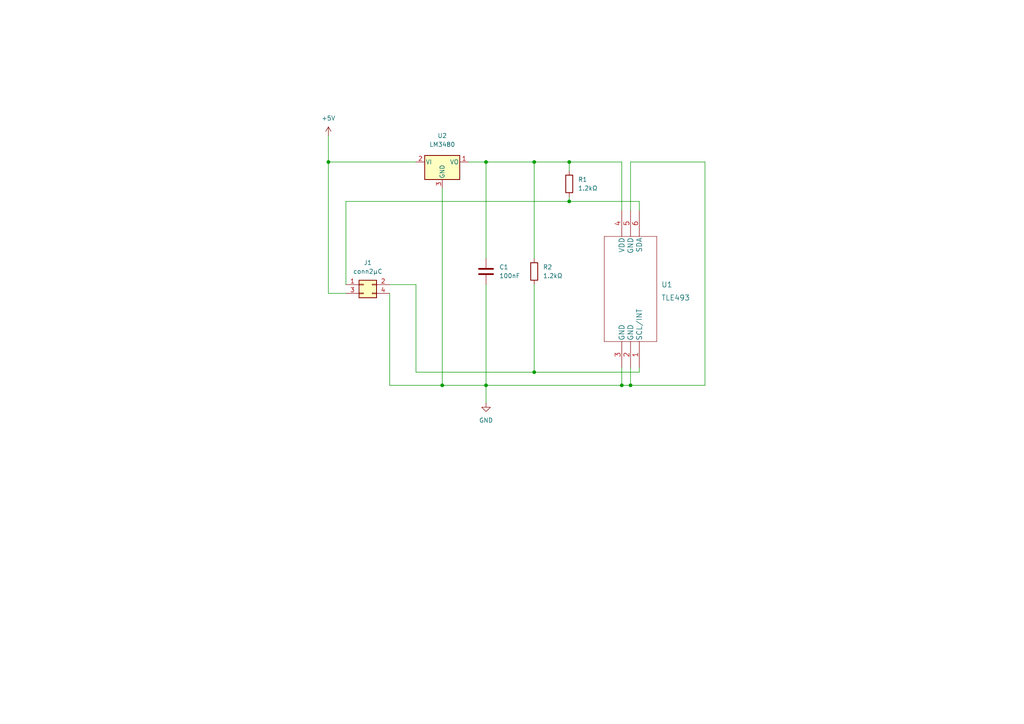
<source format=kicad_sch>
(kicad_sch (version 20211123) (generator eeschema)
  (paper "A4")
  (lib_symbols
    (symbol "2022-06-29_07-29-16:TLE493DA2B6HTSA1" (pin_names (offset 0.254))
      (property "Reference" "U" (at 22.86 10.16 0))
      (property "Value" "TLE493DA2B6HTSA1" (at 22.86 7.62 0))
      (symbol "TLE493DA2B6HTSA1_1_1"
        (polyline (pts (xy 7.62 -10.16) (xy 38.1 -10.16)) (stroke (width 0.127)))
        (polyline (pts (xy 7.62 5.08) (xy 7.62 -10.16)) (stroke (width 0.127)))
        (polyline (pts (xy 38.1 -10.16) (xy 38.1 5.08)) (stroke (width 0.127)))
        (polyline (pts (xy 38.1 5.08) (xy 7.62 5.08)) (stroke (width 0.127)))
        (pin input line (at 0 0 0) (length 7.62) (name "SCL/INT") (number "1"))
        (pin power_in line (at 0 -2.54 0) (length 7.62) (name "GND") (number "2"))
        (pin power_in line (at 0 -5.08 0) (length 7.62) (name "GND") (number "3"))
        (pin power_in line (at 45.72 -5.08 180) (length 7.62) (name "VDD") (number "4"))
        (pin power_in line (at 45.72 -2.54 180) (length 7.62) (name "GND") (number "5"))
        (pin bidirectional line (at 45.72 0 180) (length 7.62) (name "SDA") (number "6"))
      )
    )
    (symbol "fab:C" (pin_numbers hide) (pin_names (offset 0.254))
      (property "Reference" "C" (at 0.635 2.54 0))
      (property "Value" "C" (at 0.635 -2.54 0))
      (symbol "C_0_1"
        (polyline (pts (xy -2.032 -0.762) (xy 2.032 -0.762)) (stroke (width 0.508)))
        (polyline (pts (xy -2.032 0.762) (xy 2.032 0.762)) (stroke (width 0.508)))
      )
      (symbol "C_1_1"
        (pin passive line (at 0 3.81 270) (length 2.794) (name "~") (number "1"))
        (pin passive line (at 0 -3.81 90) (length 2.794) (name "~") (number "2"))
      )
    )
    (symbol "fab:Conn_PinHeader_2x02_P2.54mm_Vertical_SMD" (pin_names (offset 1.016) hide)
      (property "Reference" "J" (at 1.27 2.54 0))
      (property "Value" "Conn_PinHeader_2x02_P2.54mm_Vertical_SMD" (at 1.27 -5.08 0))
      (symbol "Conn_PinHeader_2x02_P2.54mm_Vertical_SMD_1_1"
        (rectangle (start -1.27 -2.413) (end 0 -2.667) (stroke (width 0.1524)))
        (rectangle (start -1.27 0.127) (end 0 -0.127) (stroke (width 0.1524)))
        (rectangle (start -1.27 1.27) (end 3.81 -3.81) (stroke (width 0.254)) (fill (type background)))
        (rectangle (start 3.81 -2.413) (end 2.54 -2.667) (stroke (width 0.1524)))
        (rectangle (start 3.81 0.127) (end 2.54 -0.127) (stroke (width 0.1524)))
        (pin passive line (at -5.08 0 0) (length 3.81) (name "Pin_1") (number "1"))
        (pin passive line (at 7.62 0 180) (length 3.81) (name "Pin_2") (number "2"))
        (pin passive line (at -5.08 -2.54 0) (length 3.81) (name "Pin_3") (number "3"))
        (pin passive line (at 7.62 -2.54 180) (length 3.81) (name "Pin_4") (number "4"))
      )
    )
    (symbol "fab:Power_+5V" (power) (pin_names (offset 0))
      (property "Value" "Power_+5V" (at 0 3.556 0))
      (symbol "Power_+5V_0_1"
        (polyline (pts (xy -0.762 1.27) (xy 0 2.54)))
        (polyline (pts (xy 0 0) (xy 0 2.54)))
        (polyline (pts (xy 0 2.54) (xy 0.762 1.27)))
      )
      (symbol "Power_+5V_1_1"
        (pin power_in line (at 0 0 90) (length 0) hide (name "+5V") (number "1"))
      )
    )
    (symbol "fab:R" (pin_numbers hide) (pin_names (offset 0))
      (property "Reference" "R" (at 2.032 0 90))
      (property "Value" "R" (at 0 0 90))
      (symbol "R_0_1"
        (rectangle (start -1.016 -2.54) (end 1.016 2.54) (stroke (width 0.254)))
      )
      (symbol "R_1_1"
        (pin passive line (at 0 3.81 270) (length 1.27) (name "~") (number "1"))
        (pin passive line (at 0 -3.81 90) (length 1.27) (name "~") (number "2"))
      )
    )
    (symbol "fab:Regulator_Linear_LM3480-3.3V-100mA" (pin_names (offset 0.254))
      (property "Reference" "U" (at -3.81 3.175 0))
      (property "Value" "Regulator_Linear_LM3480-3.3V-100mA" (at 0 3.175 0))
      (symbol "Regulator_Linear_LM3480-3.3V-100mA_0_1"
        (rectangle (start -5.08 1.905) (end 5.08 -5.08) (stroke (width 0.254)) (fill (type background)))
      )
      (symbol "Regulator_Linear_LM3480-3.3V-100mA_1_1"
        (pin power_out line (at 7.62 0 180) (length 2.54) (name "VO") (number "1"))
        (pin power_in line (at -7.62 0 0) (length 2.54) (name "VI") (number "2"))
        (pin power_in line (at 0 -7.62 90) (length 2.54) (name "GND") (number "3"))
      )
    )
    (symbol "power:GND" (power) (pin_names (offset 0))
      (property "Value" "GND" (at 0 -3.81 0))
      (symbol "GND_0_1"
        (polyline (pts (xy 0 0) (xy 0 -1.27) (xy 1.27 -1.27) (xy 0 -2.54) (xy -1.27 -1.27) (xy 0 -1.27)))
      )
      (symbol "GND_1_1"
        (pin power_in line (at 0 0 270) (length 0) hide (name "GND") (number "1"))
      )
    )
  )
  (junction (at 128.27 111.76))
  (junction (at 140.97 111.76))
  (junction (at 140.97 46.99))
  (junction (at 165.1 58.42))
  (junction (at 180.34 111.76))
  (junction (at 95.25 46.99))
  (junction (at 154.94 46.99))
  (junction (at 182.88 111.76))
  (junction (at 154.94 107.95))
  (junction (at 165.1 46.99))
  (wire (pts (xy 182.88 111.76) (xy 180.34 111.76)))
  (wire (pts (xy 113.03 82.55) (xy 120.65 82.55)))
  (wire (pts (xy 140.97 46.99) (xy 140.97 74.93)))
  (wire (pts (xy 154.94 46.99) (xy 165.1 46.99)))
  (wire (pts (xy 140.97 46.99) (xy 154.94 46.99)))
  (wire (pts (xy 100.33 82.55) (xy 100.33 58.42)))
  (wire (pts (xy 182.88 60.96) (xy 182.88 46.99)))
  (wire (pts (xy 95.25 39.37) (xy 95.25 46.99)))
  (wire (pts (xy 165.1 46.99) (xy 180.34 46.99)))
  (wire (pts (xy 182.88 106.68) (xy 182.88 111.76)))
  (wire (pts (xy 135.89 46.99) (xy 140.97 46.99)))
  (wire (pts (xy 165.1 46.99) (xy 165.1 49.53)))
  (wire (pts (xy 128.27 54.61) (xy 128.27 111.76)))
  (wire (pts (xy 120.65 82.55) (xy 120.65 107.95)))
  (wire (pts (xy 180.34 46.99) (xy 180.34 60.96)))
  (wire (pts (xy 180.34 106.68) (xy 180.34 111.76)))
  (wire (pts (xy 95.25 46.99) (xy 120.65 46.99)))
  (wire (pts (xy 180.34 111.76) (xy 140.97 111.76)))
  (wire (pts (xy 120.65 107.95) (xy 154.94 107.95)))
  (wire (pts (xy 100.33 58.42) (xy 165.1 58.42)))
  (wire (pts (xy 128.27 111.76) (xy 140.97 111.76)))
  (wire (pts (xy 154.94 82.55) (xy 154.94 107.95)))
  (wire (pts (xy 140.97 111.76) (xy 140.97 116.84)))
  (wire (pts (xy 113.03 85.09) (xy 113.03 111.76)))
  (wire (pts (xy 165.1 57.15) (xy 165.1 58.42)))
  (wire (pts (xy 182.88 46.99) (xy 204.47 46.99)))
  (wire (pts (xy 154.94 107.95) (xy 185.42 107.95)))
  (wire (pts (xy 204.47 111.76) (xy 182.88 111.76)))
  (wire (pts (xy 204.47 46.99) (xy 204.47 111.76)))
  (wire (pts (xy 95.25 85.09) (xy 100.33 85.09)))
  (wire (pts (xy 154.94 46.99) (xy 154.94 74.93)))
  (wire (pts (xy 185.42 58.42) (xy 185.42 60.96)))
  (wire (pts (xy 113.03 111.76) (xy 128.27 111.76)))
  (wire (pts (xy 165.1 58.42) (xy 185.42 58.42)))
  (wire (pts (xy 185.42 106.68) (xy 185.42 107.95)))
  (wire (pts (xy 95.25 46.99) (xy 95.25 85.09)))
  (wire (pts (xy 140.97 82.55) (xy 140.97 111.76)))
  (symbol (lib_id "fab:C") (at 140.97 78.74 0) (unit 1)
    (property "Reference" "C1" (at 144.78 77.4699 0) (effects (justify left)))
    (property "Value" "100nF" (at 144.78 80.0099 0) (effects (justify left)))
    (property "Footprint" "fab:C_1206" (effects hide))
  )
  (symbol (lib_id "power:GND") (at 140.97 116.84 0) (unit 1)
    (property "Reference" "#PWR0101" (effects hide))
    (property "Value" "GND" (at 140.97 121.92 0))
  )
  (symbol (lib_id "2022-06-29_07-29-16:TLE493DA2B6HTSA1") (at 185.42 106.68 270) (mirror x) (unit 1)
    (property "Reference" "U1" (at 191.77 82.55 90) (effects (font (size 1.524 1.524)) (justify left)))
    (property "Value" "TLE493" (at 191.77 86.36 90) (effects (font (size 1.524 1.524)) (justify left)))
    (property "Footprint" "hall_sensor:TLE493DA2B6HTSA1" (effects hide))
  )
  (symbol (lib_id "fab:Conn_PinHeader_2x02_P2.54mm_Vertical_SMD") (at 105.41 82.55 0) (unit 1)
    (property "Reference" "J1" (at 106.68 76.2 0))
    (property "Value" "conn2µC" (at 106.68 78.74 0))
    (property "Footprint" "fab:PinHeader_2x02_P2.54mm_Vertical_SMD" (effects hide))
    (property "Datasheet" "https://cdn.amphenol-icc.com/media/wysiwyg/files/drawing/95278.pdf" (effects hide))
  )
  (symbol (lib_id "fab:Power_+5V") (at 95.25 39.37 0) (unit 1)
    (property "Reference" "#PWR0102" (effects hide))
    (property "Value" "Power_+5V" (at 95.25 34.29 0))
  )
  (symbol (lib_id "fab:R") (at 154.94 78.74 0) (unit 1)
    (property "Reference" "R2" (at 157.48 77.4699 0) (effects (justify left)))
    (property "Value" "1.2kΩ" (at 157.48 80.0099 0) (effects (justify left)))
    (property "Footprint" "fab:R_1206" (effects hide))
  )
  (symbol (lib_id "fab:R") (at 165.1 53.34 0) (unit 1)
    (property "Reference" "R1" (at 167.64 52.0699 0) (effects (justify left)))
    (property "Value" "1.2kΩ" (at 167.64 54.6099 0) (effects (justify left)))
    (property "Footprint" "fab:R_1206" (effects hide))
  )
  (symbol (lib_id "fab:Regulator_Linear_LM3480-3.3V-100mA") (at 128.27 46.99 0) (unit 1)
    (property "Reference" "U2" (at 128.27 39.37 0))
    (property "Value" "LM3480" (at 128.27 41.91 0))
    (property "Footprint" "fab:SOT-23" (effects hide))
    (property "Datasheet" "https://www.ti.com/lit/ds/symlink/lm3480.pdf" (effects hide))
  )
)
</source>
